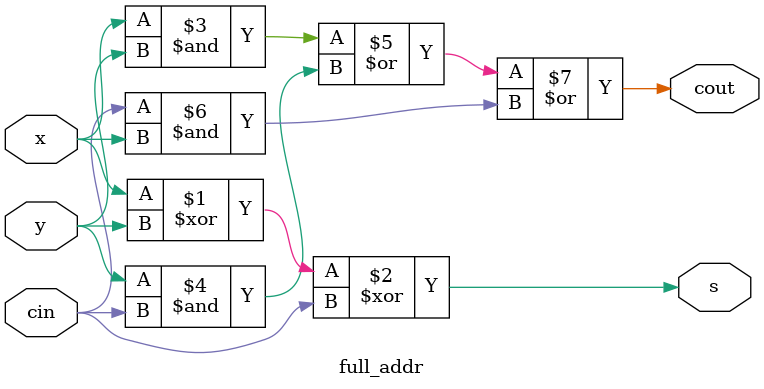
<source format=sv>
module ripple_adder
(
    input   logic[7:0]     A,
    input   logic[7:0]     B,
	 input 	logic control_signal,
	 input  	logic Continue,
    output  logic[8:0]     Sum
   // output  logic           CO
);


	logic temp1, temp2;
	logic [7:0]B_mux;
	logic [7:0]A_mux;
	
			assign B_mux=((B^{8{control_signal}})&{8{~Continue}});
			assign A_mux =   (A&{8{~Continue}});
	
			
			
	four_bit_ripple_adder FRA0(.x(A_mux[3 :0 ]),  .y(B_mux[3 :0]),  .cin(control_signal),  .s(Sum[3:0]),   .cout(temp1) );				// the 16 bit is composed of 4 4-bit ripple adder
	four_bit_ripple_adder FRA1(.x(A_mux[7 :4 ]),  .y(B_mux[7 :4]),  .cin(temp1), .s(Sum[7:4]),   .cout(temp2) );
	full_addr 				 FRA2(.x(A_mux[7]),  .y(B_mux[7]),  .cin(temp2),  .s(Sum[8]),   .cout());
	
     
endmodule

module four_bit_ripple_adder(
									input [3:0] x,			
									input [3:0] y,
									input cin,
									output logic [3:0]s,
									output logic cout
									  );
									  
	logic c0, c1, c2;
	
	full_addr fa0(.x(x[0]),.y(y[0]),.cin(cin),.s(s[0]),.cout(c0) );			// the 4 bit full adder is combination of 4 one bit full adder
	full_addr fa1(.x(x[1]),.y(y[1]),.cin(c0),.s(s[1]),.cout(c1));	
	full_addr fa2(.x(x[2]),.y(y[2]),.cin(c1),.s(s[2]),.cout(c2));				// the cout is set connected to next cin
	full_addr fa3(.x(x[3]),.y(y[3]),.cin(c2),.s(s[3]),.cout(cout));	

	
endmodule									  
module full_addr(
						input x,					
						input y,
						input cin,
						output logic s, 
						output logic cout
					 );
																										// the one-bit full adder, which is the most  basic element 
	assign s = x^y^cin ;
	assign cout= (x&y)| (y&cin) |(cin&x);													// cout is 1 when either 2 of x, y  or cin is one
	
endmodule					 
</source>
